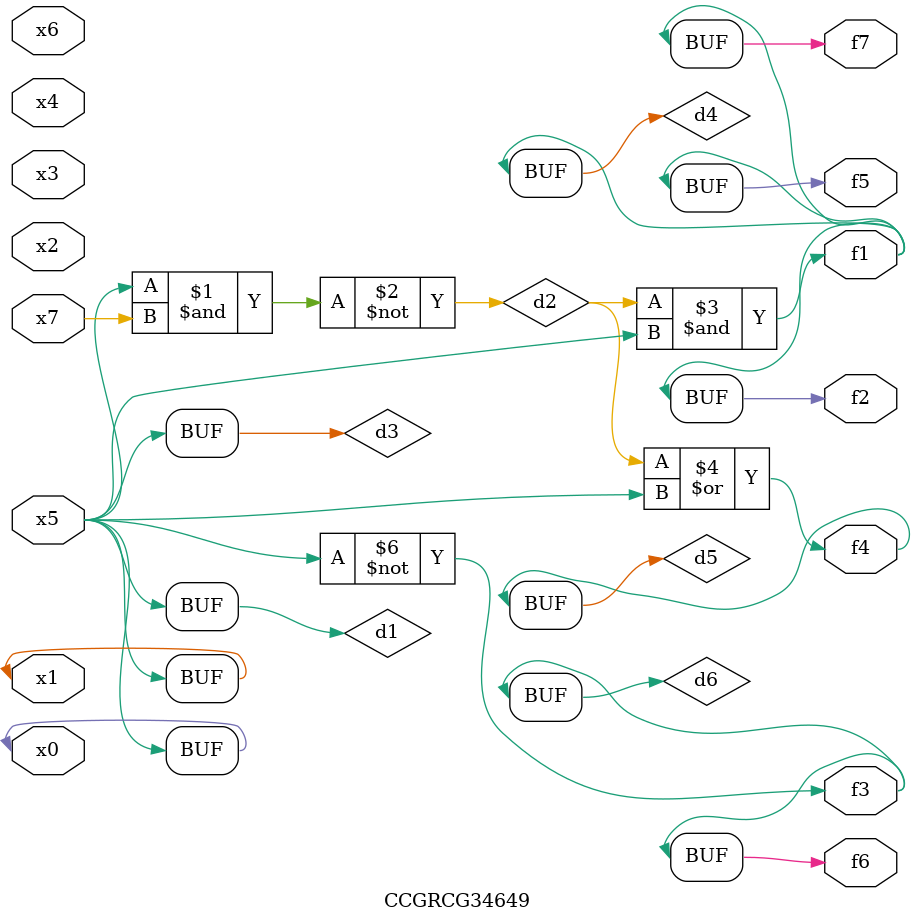
<source format=v>
module CCGRCG34649(
	input x0, x1, x2, x3, x4, x5, x6, x7,
	output f1, f2, f3, f4, f5, f6, f7
);

	wire d1, d2, d3, d4, d5, d6;

	buf (d1, x0, x5);
	nand (d2, x5, x7);
	buf (d3, x0, x1);
	and (d4, d2, d3);
	or (d5, d2, d3);
	nor (d6, d1, d3);
	assign f1 = d4;
	assign f2 = d4;
	assign f3 = d6;
	assign f4 = d5;
	assign f5 = d4;
	assign f6 = d6;
	assign f7 = d4;
endmodule

</source>
